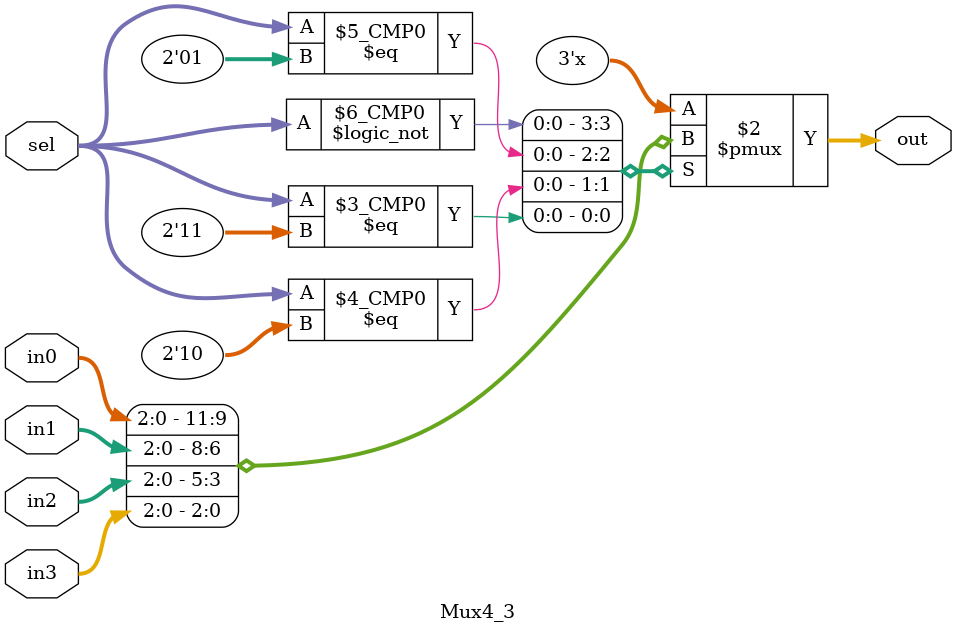
<source format=v>
module Mux2_32(
  input         sel,
  output [31:0] out,
  input  [31:0] in0,    // chosen when sel == 0
  input  [31:0] in1     // chosen when sel == 1
  );
  
  assign out = sel ? in1 : in0;
endmodule


module Mux4_32(
  input      [1:0]  sel,
  output reg [31:0] out,
  input      [31:0] in0,    // chosen when sel == 0
  input      [31:0] in1,    // chosen when sel == 1
  input      [31:0] in2,    // chosen when sel == 2
  input      [31:0] in3     // chosen when sel == 3
  );
     
  always @(*)
      begin 
        case(sel)
          2'b00:   out = in0;
          2'b01:   out = in1;
          2'b10:   out = in2;  
          2'b11:   out = in3;  
          default: out = in0;
        endcase
      end 
endmodule

module Mux4_3(
  input      [1:0]  sel,
  output reg [2:0] out,
  input      [2:0] in0,    // chosen when sel == 0
  input      [2:0] in1,    // chosen when sel == 1
  input      [2:0] in2,    // chosen when sel == 2
  input      [2:0] in3     // chosen when sel == 3
  );
     
  always @(*)
      begin 
        case(sel)
          2'b00:   out = in0;
          2'b01:   out = in1;
          2'b10:   out = in2;  
          2'b11:   out = in3;  
          default: out = in0;
        endcase
      end 
endmodule
</source>
